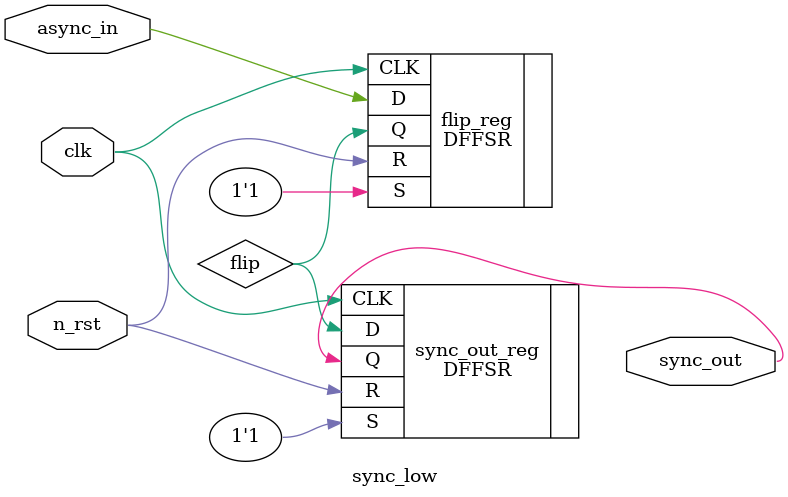
<source format=v>


module sync_low ( clk, n_rst, async_in, sync_out );
  input clk, n_rst, async_in;
  output sync_out;
  wire   flip;

  DFFSR flip_reg ( .D(async_in), .CLK(clk), .R(n_rst), .S(1'b1), .Q(flip) );
  DFFSR sync_out_reg ( .D(flip), .CLK(clk), .R(n_rst), .S(1'b1), .Q(sync_out)
         );
endmodule


</source>
